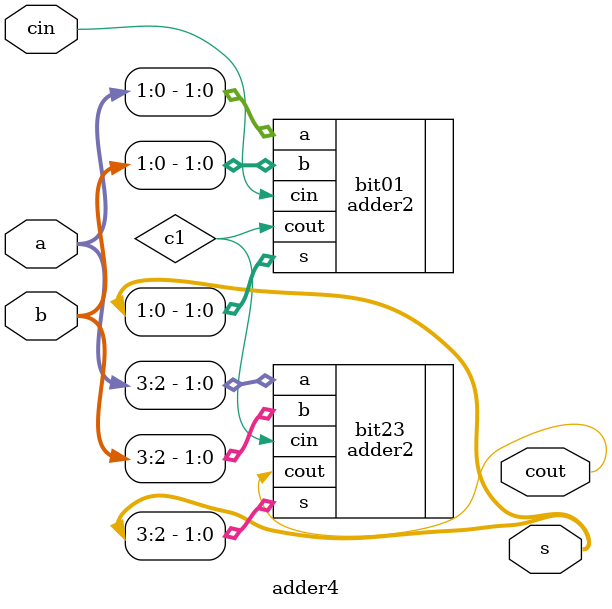
<source format=sv>
`include "./adder/adder2.sv"

`timescale 1ns/1ps
`default_nettype none

module adder4(a, b, cin, s, cout);

input [3:0] a, b;
input cin;
output logic [3:0] s; // the last or logic
output logic cout;

// Below is "STRUCTURAL" verilog - explicit hardware

// logic initial_carry_bit;
// always_comb initial_carry_bit = 0;

// 1-2 decoders
logic c1;
adder2 bit01(.a(a[1:0]), .b(b[1:0]), .cin(cin), .s(s[1:0]), .cout(c1));
adder2 bit23(.a(a[3:2]), .b(b[3:2]), .cin(c1),  .s(s[3:2]), .cout(cout));

endmodule
</source>
